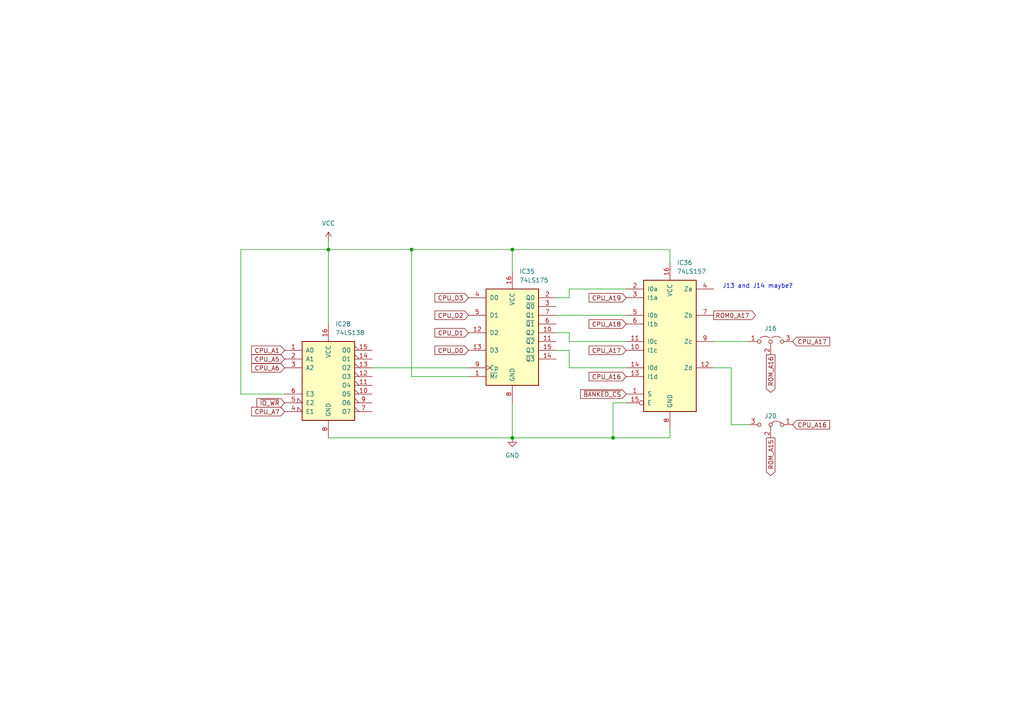
<source format=kicad_sch>
(kicad_sch (version 20211123) (generator eeschema)
  (paper "A4")
  (lib_symbols
    (symbol "74xx:74LS138" (pin_names (offset 1.016))
      (property "Reference" "U" (at -7.62 11.43 0))
      (property "Value" "74LS138" (at -7.62 -13.97 0))
      (symbol "74LS138_1_0"
        (pin input line (at -12.7 7.62 0) (length 5.08) (name "A0") (number "1"))
        (pin output output_low (at 12.7 -5.08 180) (length 5.08) (name "O5") (number "10"))
        (pin output output_low (at 12.7 -2.54 180) (length 5.08) (name "O4") (number "11"))
        (pin output output_low (at 12.7 0 180) (length 5.08) (name "O3") (number "12"))
        (pin output output_low (at 12.7 2.54 180) (length 5.08) (name "O2") (number "13"))
        (pin output output_low (at 12.7 5.08 180) (length 5.08) (name "O1") (number "14"))
        (pin output output_low (at 12.7 7.62 180) (length 5.08) (name "O0") (number "15"))
        (pin power_in line (at 0 15.24 270) (length 5.08) (name "VCC") (number "16"))
        (pin input line (at -12.7 5.08 0) (length 5.08) (name "A1") (number "2"))
        (pin input line (at -12.7 2.54 0) (length 5.08) (name "A2") (number "3"))
        (pin input input_low (at -12.7 -10.16 0) (length 5.08) (name "E1") (number "4"))
        (pin input input_low (at -12.7 -7.62 0) (length 5.08) (name "E2") (number "5"))
        (pin input line (at -12.7 -5.08 0) (length 5.08) (name "E3") (number "6"))
        (pin output output_low (at 12.7 -10.16 180) (length 5.08) (name "O7") (number "7"))
        (pin power_in line (at 0 -17.78 90) (length 5.08) (name "GND") (number "8"))
        (pin output output_low (at 12.7 -7.62 180) (length 5.08) (name "O6") (number "9"))
      )
      (symbol "74LS138_1_1"
        (rectangle (start -7.62 10.16) (end 7.62 -12.7) (stroke (width 0.254)) (fill (type background)))
      )
    )
    (symbol "74xx:74LS157" (pin_names (offset 1.016))
      (property "Reference" "U" (at -7.62 19.05 0))
      (property "Value" "74LS157" (at -7.62 -21.59 0))
      (symbol "74LS157_1_0"
        (pin input line (at -12.7 -15.24 0) (length 5.08) (name "S") (number "1"))
        (pin input line (at -12.7 -2.54 0) (length 5.08) (name "I1c") (number "10"))
        (pin input line (at -12.7 0 0) (length 5.08) (name "I0c") (number "11"))
        (pin output line (at 12.7 -7.62 180) (length 5.08) (name "Zd") (number "12"))
        (pin input line (at -12.7 -10.16 0) (length 5.08) (name "I1d") (number "13"))
        (pin input line (at -12.7 -7.62 0) (length 5.08) (name "I0d") (number "14"))
        (pin input inverted (at -12.7 -17.78 0) (length 5.08) (name "E") (number "15"))
        (pin power_in line (at 0 22.86 270) (length 5.08) (name "VCC") (number "16"))
        (pin input line (at -12.7 15.24 0) (length 5.08) (name "I0a") (number "2"))
        (pin input line (at -12.7 12.7 0) (length 5.08) (name "I1a") (number "3"))
        (pin output line (at 12.7 15.24 180) (length 5.08) (name "Za") (number "4"))
        (pin input line (at -12.7 7.62 0) (length 5.08) (name "I0b") (number "5"))
        (pin input line (at -12.7 5.08 0) (length 5.08) (name "I1b") (number "6"))
        (pin output line (at 12.7 7.62 180) (length 5.08) (name "Zb") (number "7"))
        (pin power_in line (at 0 -25.4 90) (length 5.08) (name "GND") (number "8"))
        (pin output line (at 12.7 0 180) (length 5.08) (name "Zc") (number "9"))
      )
      (symbol "74LS157_1_1"
        (rectangle (start -7.62 17.78) (end 7.62 -20.32) (stroke (width 0.254)) (fill (type background)))
      )
    )
    (symbol "74xx:74LS175" (pin_names (offset 1.016))
      (property "Reference" "U" (at -7.62 13.97 0))
      (property "Value" "74LS175" (at -7.62 -16.51 0))
      (symbol "74LS175_1_0"
        (pin input line (at -12.7 -12.7 0) (length 5.08) (name "~{Mr}") (number "1"))
        (pin output line (at 12.7 0 180) (length 5.08) (name "Q2") (number "10"))
        (pin output line (at 12.7 -2.54 180) (length 5.08) (name "~{Q2}") (number "11"))
        (pin input line (at -12.7 0 0) (length 5.08) (name "D2") (number "12"))
        (pin input line (at -12.7 -5.08 0) (length 5.08) (name "D3") (number "13"))
        (pin output line (at 12.7 -7.62 180) (length 5.08) (name "~{Q3}") (number "14"))
        (pin output line (at 12.7 -5.08 180) (length 5.08) (name "Q3") (number "15"))
        (pin power_in line (at 0 17.78 270) (length 5.08) (name "VCC") (number "16"))
        (pin output line (at 12.7 10.16 180) (length 5.08) (name "Q0") (number "2"))
        (pin output line (at 12.7 7.62 180) (length 5.08) (name "~{Q0}") (number "3"))
        (pin input line (at -12.7 10.16 0) (length 5.08) (name "D0") (number "4"))
        (pin input line (at -12.7 5.08 0) (length 5.08) (name "D1") (number "5"))
        (pin output line (at 12.7 2.54 180) (length 5.08) (name "~{Q1}") (number "6"))
        (pin output line (at 12.7 5.08 180) (length 5.08) (name "Q1") (number "7"))
        (pin power_in line (at 0 -20.32 90) (length 5.08) (name "GND") (number "8"))
        (pin input clock (at -12.7 -10.16 0) (length 5.08) (name "Cp") (number "9"))
      )
      (symbol "74LS175_1_1"
        (rectangle (start -7.62 12.7) (end 7.62 -15.24) (stroke (width 0.254)) (fill (type background)))
      )
    )
    (symbol "Jumper:Jumper_3_Bridged12" (pin_names (offset 0) hide)
      (property "Reference" "JP" (at -2.54 -2.54 0))
      (property "Value" "Jumper_3_Bridged12" (at 0 2.794 0))
      (symbol "Jumper_3_Bridged12_0_0"
        (circle (center -3.302 0) (radius 0.508))
        (circle (center 0 0) (radius 0.508))
        (circle (center 3.302 0) (radius 0.508))
      )
      (symbol "Jumper_3_Bridged12_0_1"
        (arc (start -0.254 0.508) (mid -1.651 0.9912) (end -3.048 0.508))
        (polyline (pts (xy 0 -1.27) (xy 0 -0.508)))
      )
      (symbol "Jumper_3_Bridged12_1_1"
        (pin passive line (at -6.35 0 0) (length 2.54) (name "A") (number "1"))
        (pin passive line (at 0 -3.81 90) (length 2.54) (name "C") (number "2"))
        (pin passive line (at 6.35 0 180) (length 2.54) (name "B") (number "3"))
      )
    )
    (symbol "Jumper:Jumper_3_Open" (pin_names (offset 0) hide)
      (property "Reference" "JP" (at -2.54 -2.54 0))
      (property "Value" "Jumper_3_Open" (at 0 2.794 0))
      (symbol "Jumper_3_Open_0_0"
        (circle (center -3.302 0) (radius 0.508))
        (circle (center 0 0) (radius 0.508))
        (circle (center 3.302 0) (radius 0.508))
      )
      (symbol "Jumper_3_Open_0_1"
        (arc (start -0.254 1.016) (mid -1.651 1.4992) (end -3.048 1.016))
        (polyline (pts (xy 0 -0.508) (xy 0 -1.27)))
        (arc (start 3.048 1.016) (mid 1.651 1.4992) (end 0.254 1.016))
      )
      (symbol "Jumper_3_Open_1_1"
        (pin passive line (at -6.35 0 0) (length 2.54) (name "A") (number "1"))
        (pin passive line (at 0 -3.81 90) (length 2.54) (name "C") (number "2"))
        (pin passive line (at 6.35 0 180) (length 2.54) (name "B") (number "3"))
      )
    )
    (symbol "power:GND" (power) (pin_names (offset 0))
      (property "Value" "GND" (at 0 -3.81 0))
      (symbol "GND_0_1"
        (polyline (pts (xy 0 0) (xy 0 -1.27) (xy 1.27 -1.27) (xy 0 -2.54) (xy -1.27 -1.27) (xy 0 -1.27)))
      )
      (symbol "GND_1_1"
        (pin power_in line (at 0 0 270) (length 0) hide (name "GND") (number "1"))
      )
    )
    (symbol "power:VCC" (power) (pin_names (offset 0))
      (property "Value" "VCC" (at 0 3.81 0))
      (symbol "VCC_0_1"
        (polyline (pts (xy -0.762 1.27) (xy 0 2.54)))
        (polyline (pts (xy 0 0) (xy 0 2.54)))
        (polyline (pts (xy 0 2.54) (xy 0.762 1.27)))
      )
      (symbol "VCC_1_1"
        (pin power_in line (at 0 0 90) (length 0) hide (name "VCC") (number "1"))
      )
    )
  )
  (junction (at 177.8 127))
  (junction (at 148.59 127))
  (junction (at 95.25 72.39))
  (junction (at 119.38 72.39))
  (junction (at 148.59 72.39))
  (wire (pts (xy 148.59 127) (xy 177.8 127)))
  (wire (pts (xy 95.25 72.39) (xy 95.25 93.98)))
  (wire (pts (xy 165.1 99.06) (xy 181.61 99.06)))
  (wire (pts (xy 95.25 72.39) (xy 119.38 72.39)))
  (wire (pts (xy 177.8 127) (xy 194.31 127)))
  (wire (pts (xy 107.95 106.68) (xy 135.89 106.68)))
  (wire (pts (xy 161.29 91.44) (xy 181.61 91.44)))
  (wire (pts (xy 165.1 86.36) (xy 165.1 83.82)))
  (wire (pts (xy 161.29 86.36) (xy 165.1 86.36)))
  (wire (pts (xy 82.55 114.3) (xy 69.85 114.3)))
  (wire (pts (xy 95.25 127) (xy 148.59 127)))
  (wire (pts (xy 165.1 83.82) (xy 181.61 83.82)))
  (wire (pts (xy 69.85 72.39) (xy 95.25 72.39)))
  (wire (pts (xy 207.01 99.06) (xy 217.17 99.06)))
  (wire (pts (xy 161.29 101.6) (xy 165.1 101.6)))
  (wire (pts (xy 194.31 127) (xy 194.31 124.46)))
  (wire (pts (xy 161.29 96.52) (xy 165.1 96.52)))
  (wire (pts (xy 212.09 106.68) (xy 212.09 123.19)))
  (wire (pts (xy 165.1 106.68) (xy 181.61 106.68)))
  (wire (pts (xy 165.1 96.52) (xy 165.1 99.06)))
  (wire (pts (xy 207.01 106.68) (xy 212.09 106.68)))
  (wire (pts (xy 194.31 76.2) (xy 194.31 72.39)))
  (wire (pts (xy 177.8 116.84) (xy 177.8 127)))
  (wire (pts (xy 148.59 116.84) (xy 148.59 127)))
  (wire (pts (xy 95.25 69.85) (xy 95.25 72.39)))
  (wire (pts (xy 148.59 72.39) (xy 194.31 72.39)))
  (wire (pts (xy 119.38 109.22) (xy 119.38 72.39)))
  (wire (pts (xy 148.59 72.39) (xy 148.59 78.74)))
  (wire (pts (xy 119.38 72.39) (xy 148.59 72.39)))
  (wire (pts (xy 181.61 116.84) (xy 177.8 116.84)))
  (wire (pts (xy 69.85 114.3) (xy 69.85 72.39)))
  (wire (pts (xy 212.09 123.19) (xy 217.17 123.19)))
  (wire (pts (xy 165.1 101.6) (xy 165.1 106.68)))
  (wire (pts (xy 135.89 109.22) (xy 119.38 109.22)))
  (text "J13 and J14 maybe?" (at 209.55 83.82 0) (effects (font (size 1.27 1.27)) (justify left bottom)))
  (global_label "CPU_A16" (shape input) (at 229.87 123.19 0) (property "Intersheet References" "${INTERSHEET_REFS}" (effects hide)))
  (global_label "CPU_A6" (shape input) (at 82.55 106.68 180) (property "Intersheet References" "${INTERSHEET_REFS}" (effects hide)))
  (global_label "CPU_A19" (shape input) (at 181.61 86.36 180) (property "Intersheet References" "${INTERSHEET_REFS}" (effects hide)))
  (global_label "CPU_D0" (shape input) (at 135.89 101.6 180) (property "Intersheet References" "${INTERSHEET_REFS}" (effects hide)))
  (global_label "CPU_D1" (shape input) (at 135.89 96.52 180) (property "Intersheet References" "${INTERSHEET_REFS}" (effects hide)))
  (global_label "ROM_A16" (shape output) (at 223.52 102.87 270) (property "Intersheet References" "${INTERSHEET_REFS}" (effects hide)))
  (global_label "~{IO_WR}" (shape input) (at 82.55 116.84 180) (property "Intersheet References" "${INTERSHEET_REFS}" (effects hide)))
  (global_label "CPU_A1" (shape input) (at 82.55 101.6 180) (property "Intersheet References" "${INTERSHEET_REFS}" (effects hide)))
  (global_label "CPU_A17" (shape input) (at 229.87 99.06 0) (property "Intersheet References" "${INTERSHEET_REFS}" (effects hide)))
  (global_label "~{BANKED_CS}" (shape input) (at 181.61 114.3 180) (property "Intersheet References" "${INTERSHEET_REFS}" (effects hide)))
  (global_label "ROM0_A17" (shape output) (at 207.01 91.44 0) (property "Intersheet References" "${INTERSHEET_REFS}" (effects hide)))
  (global_label "ROM_A15" (shape output) (at 223.52 127 270) (property "Intersheet References" "${INTERSHEET_REFS}" (effects hide)))
  (global_label "CPU_D2" (shape input) (at 135.89 91.44 180) (property "Intersheet References" "${INTERSHEET_REFS}" (effects hide)))
  (global_label "CPU_A16" (shape input) (at 181.61 109.22 180) (property "Intersheet References" "${INTERSHEET_REFS}" (effects hide)))
  (global_label "CPU_A7" (shape input) (at 82.55 119.38 180) (property "Intersheet References" "${INTERSHEET_REFS}" (effects hide)))
  (global_label "CPU_D3" (shape input) (at 135.89 86.36 180) (property "Intersheet References" "${INTERSHEET_REFS}" (effects hide)))
  (global_label "CPU_A18" (shape input) (at 181.61 93.98 180) (property "Intersheet References" "${INTERSHEET_REFS}" (effects hide)))
  (global_label "CPU_A17" (shape input) (at 181.61 101.6 180) (property "Intersheet References" "${INTERSHEET_REFS}" (effects hide)))
  (global_label "CPU_A5" (shape input) (at 82.55 104.14 180) (property "Intersheet References" "${INTERSHEET_REFS}" (effects hide)))
  (symbol (lib_id "Jumper:Jumper_3_Bridged12") (at 223.52 123.19 0) (mirror y) (unit 1)
    (property "Reference" "J20" (at 223.52 120.65 0))
    (property "Value" "Jumper_3_Bridged12" (effects hide))
  )
  (symbol (lib_id "Jumper:Jumper_3_Open") (at 223.52 99.06 0) (unit 1)
    (property "Reference" "J16" (at 223.52 95.25 0))
    (property "Value" "Jumper_3_Open" (effects hide))
  )
  (symbol (lib_id "74xx:74LS175") (at 148.59 96.52 0) (unit 1)
    (property "Reference" "IC35" (at 150.6094 78.74 0) (effects (justify left)))
    (property "Value" "74LS175" (at 150.6094 81.28 0) (effects (justify left)))
    (property "Datasheet" "http://www.ti.com/lit/gpn/sn74LS175" (effects hide))
  )
  (symbol (lib_id "74xx:74LS138") (at 95.25 109.22 0) (unit 1)
    (property "Reference" "IC28" (at 97.2694 93.98 0) (effects (justify left)))
    (property "Value" "74LS138" (at 97.2694 96.52 0) (effects (justify left)))
    (property "Datasheet" "http://www.ti.com/lit/gpn/sn74LS138" (effects hide))
  )
  (symbol (lib_id "power:VCC") (at 95.25 69.85 0) (unit 1)
    (property "Reference" "#PWR?" (effects hide))
    (property "Value" "VCC" (at 95.25 64.77 0))
  )
  (symbol (lib_id "74xx:74LS157") (at 194.31 99.06 0) (unit 1)
    (property "Reference" "IC36" (at 196.3294 76.2 0) (effects (justify left)))
    (property "Value" "74LS157" (at 196.3294 78.74 0) (effects (justify left)))
    (property "Datasheet" "http://www.ti.com/lit/gpn/sn74LS157" (effects hide))
  )
  (symbol (lib_id "power:GND") (at 148.59 127 0) (unit 1)
    (property "Reference" "#PWR?" (effects hide))
    (property "Value" "GND" (at 148.59 132.08 0))
  )
)
</source>
